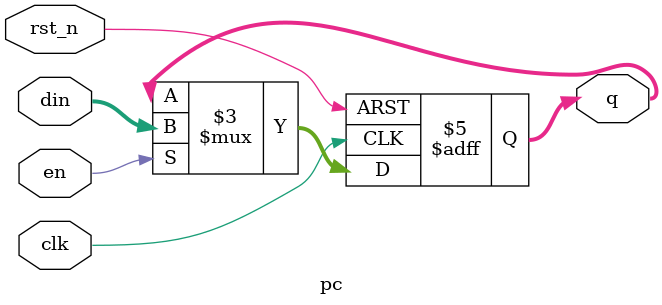
<source format=v>
`timescale 1ns / 1ps

module pc(
    input clk,
    input rst_n,
    input en,
    input [31:0] din,
    output reg [31:0] q
    );

    reg cnt;
    always @(posedge clk or negedge rst_n)
    begin
        if(!rst_n) 
            q <= 32'b0;
        else if(en)
            q <= din;
        else ;              
    end
endmodule

</source>
